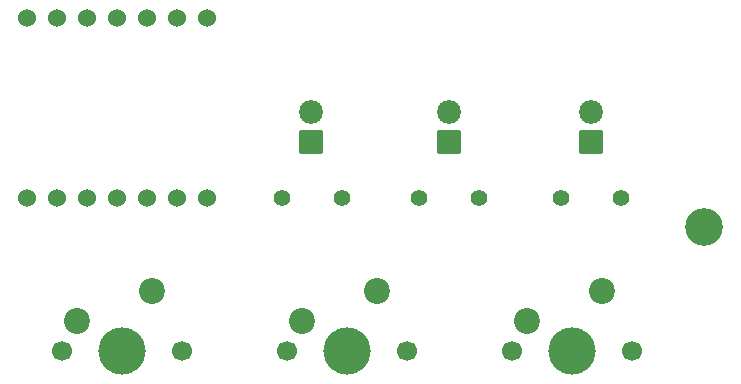
<source format=gbs>
G04 #@! TF.GenerationSoftware,KiCad,Pcbnew,9.0.2*
G04 #@! TF.CreationDate,2025-07-04T00:17:09-05:00*
G04 #@! TF.ProjectId,pathfinder,70617468-6669-46e6-9465-722e6b696361,rev?*
G04 #@! TF.SameCoordinates,Original*
G04 #@! TF.FileFunction,Soldermask,Bot*
G04 #@! TF.FilePolarity,Negative*
%FSLAX46Y46*%
G04 Gerber Fmt 4.6, Leading zero omitted, Abs format (unit mm)*
G04 Created by KiCad (PCBNEW 9.0.2) date 2025-07-04 00:17:09*
%MOMM*%
%LPD*%
G01*
G04 APERTURE LIST*
G04 Aperture macros list*
%AMRoundRect*
0 Rectangle with rounded corners*
0 $1 Rounding radius*
0 $2 $3 $4 $5 $6 $7 $8 $9 X,Y pos of 4 corners*
0 Add a 4 corners polygon primitive as box body*
4,1,4,$2,$3,$4,$5,$6,$7,$8,$9,$2,$3,0*
0 Add four circle primitives for the rounded corners*
1,1,$1+$1,$2,$3*
1,1,$1+$1,$4,$5*
1,1,$1+$1,$6,$7*
1,1,$1+$1,$8,$9*
0 Add four rect primitives between the rounded corners*
20,1,$1+$1,$2,$3,$4,$5,0*
20,1,$1+$1,$4,$5,$6,$7,0*
20,1,$1+$1,$6,$7,$8,$9,0*
20,1,$1+$1,$8,$9,$2,$3,0*%
G04 Aperture macros list end*
%ADD10C,1.524000*%
%ADD11C,2.019000*%
%ADD12RoundRect,0.102000X0.907500X-0.907500X0.907500X0.907500X-0.907500X0.907500X-0.907500X-0.907500X0*%
%ADD13C,1.400000*%
%ADD14C,3.200000*%
%ADD15C,1.700000*%
%ADD16C,4.000000*%
%ADD17C,2.200000*%
G04 APERTURE END LIST*
D10*
X88841000Y-92000000D03*
X91381000Y-92000000D03*
X93921000Y-92000000D03*
X96461000Y-92000000D03*
X99001000Y-92000000D03*
X101541000Y-92000000D03*
X104081000Y-92000000D03*
X104081000Y-76760000D03*
X101541000Y-76760000D03*
X99001000Y-76760000D03*
X96461000Y-76760000D03*
X93921000Y-76760000D03*
X91381000Y-76760000D03*
X88841000Y-76760000D03*
D11*
X136600000Y-84730000D03*
D12*
X136600000Y-87270000D03*
D11*
X112933000Y-84730000D03*
D12*
X112933000Y-87270000D03*
D13*
X127140000Y-92000000D03*
X122060000Y-92000000D03*
X115540000Y-92000000D03*
X110460000Y-92000000D03*
D14*
X146225000Y-94500000D03*
D15*
X129940000Y-105000000D03*
D16*
X135020000Y-105000000D03*
D15*
X140100000Y-105000000D03*
D17*
X137560000Y-99920000D03*
X131210000Y-102460000D03*
D15*
X110890000Y-105000000D03*
D16*
X115970000Y-105000000D03*
D15*
X121050000Y-105000000D03*
D17*
X118510000Y-99920000D03*
X112160000Y-102460000D03*
D13*
X139140000Y-92000000D03*
X134060000Y-92000000D03*
D11*
X124600000Y-84730000D03*
D12*
X124600000Y-87270000D03*
D15*
X91840000Y-105000000D03*
D16*
X96920000Y-105000000D03*
D15*
X102000000Y-105000000D03*
D17*
X99460000Y-99920000D03*
X93110000Y-102460000D03*
M02*

</source>
